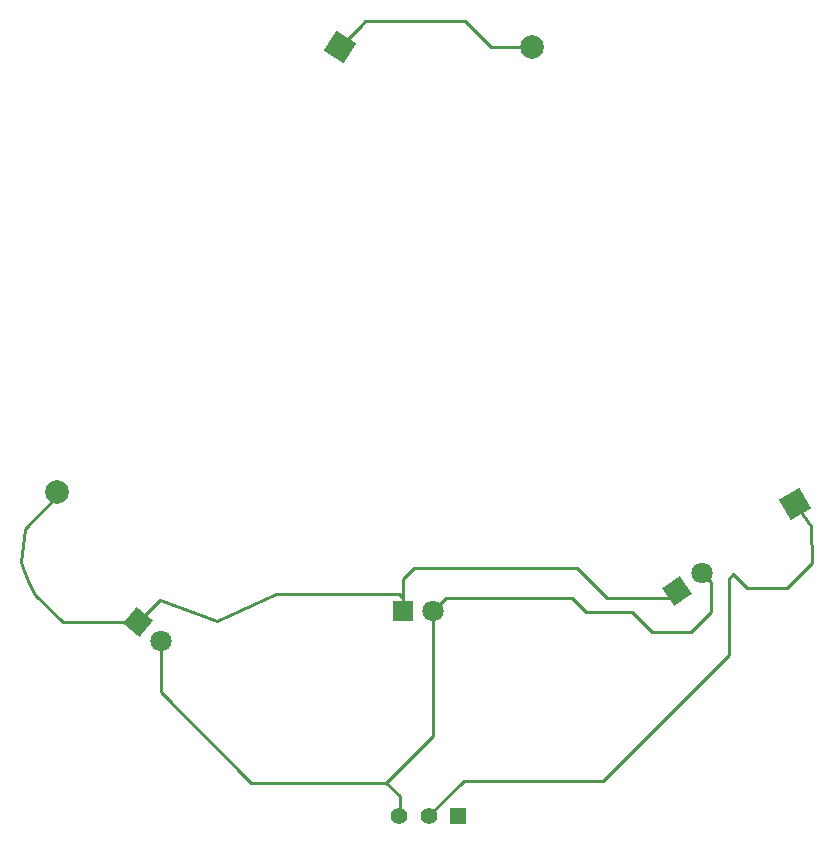
<source format=gbr>
%TF.GenerationSoftware,KiCad,Pcbnew,(6.0.4-0)*%
%TF.CreationDate,2022-05-05T12:21:51-07:00*%
%TF.ProjectId,GlowArtPCBv2,476c6f77-4172-4745-9043-4276322e6b69,rev?*%
%TF.SameCoordinates,Original*%
%TF.FileFunction,Copper,L2,Bot*%
%TF.FilePolarity,Positive*%
%FSLAX46Y46*%
G04 Gerber Fmt 4.6, Leading zero omitted, Abs format (unit mm)*
G04 Created by KiCad (PCBNEW (6.0.4-0)) date 2022-05-05 12:21:51*
%MOMM*%
%LPD*%
G01*
G04 APERTURE LIST*
G04 Aperture macros list*
%AMRotRect*
0 Rectangle, with rotation*
0 The origin of the aperture is its center*
0 $1 length*
0 $2 width*
0 $3 Rotation angle, in degrees counterclockwise*
0 Add horizontal line*
21,1,$1,$2,0,0,$3*%
G04 Aperture macros list end*
%TA.AperFunction,ComponentPad*%
%ADD10R,1.800000X1.800000*%
%TD*%
%TA.AperFunction,ComponentPad*%
%ADD11C,1.800000*%
%TD*%
%TA.AperFunction,ComponentPad*%
%ADD12RotRect,2.000000X2.000000X237.500000*%
%TD*%
%TA.AperFunction,ComponentPad*%
%ADD13C,2.000000*%
%TD*%
%TA.AperFunction,ComponentPad*%
%ADD14RotRect,2.000000X2.000000X120.000000*%
%TD*%
%TA.AperFunction,ComponentPad*%
%ADD15RotRect,1.800000X1.800000X35.000000*%
%TD*%
%TA.AperFunction,ComponentPad*%
%ADD16R,1.400000X1.400000*%
%TD*%
%TA.AperFunction,ComponentPad*%
%ADD17C,1.400000*%
%TD*%
%TA.AperFunction,ComponentPad*%
%ADD18RotRect,1.800000X1.800000X320.000000*%
%TD*%
%TA.AperFunction,Conductor*%
%ADD19C,0.250000*%
%TD*%
G04 APERTURE END LIST*
D10*
%TO.P,flat side,1,K*%
%TO.N,Net-(D1-Pad1)*%
X87757000Y-85471000D03*
D11*
%TO.P,flat side,2,A*%
%TO.N,Net-(D1-Pad2)*%
X90297000Y-85471000D03*
%TD*%
D12*
%TO.P,BT1,1,+*%
%TO.N,Net-(BT1-Pad1)*%
X82466781Y-37707371D03*
D13*
%TO.P,BT1,2,-*%
%TO.N,Net-(D1-Pad1)*%
X58449489Y-75406969D03*
%TD*%
%TO.P,BT2,2,-*%
%TO.N,Net-(BT1-Pad1)*%
X98655000Y-37751031D03*
D14*
%TO.P,BT2,1,+*%
%TO.N,Net-(SW1-Pad2)*%
X121005000Y-76462367D03*
%TD*%
D15*
%TO.P,flat side,1,K*%
%TO.N,Net-(D1-Pad1)*%
X110988318Y-83772016D03*
D11*
%TO.P,flat side,2,A*%
%TO.N,Net-(D1-Pad2)*%
X113068964Y-82315132D03*
%TD*%
D16*
%TO.P,SW1,1,A*%
%TO.N,unconnected-(SW1-Pad1)*%
X92470000Y-102820000D03*
D17*
%TO.P,SW1,2,B*%
%TO.N,Net-(SW1-Pad2)*%
X89970000Y-102820000D03*
%TO.P,SW1,3,C*%
%TO.N,Net-(D1-Pad2)*%
X87470000Y-102820000D03*
%TD*%
D18*
%TO.P,flat side,1,K*%
%TO.N,Net-(D1-Pad1)*%
X65361819Y-86428495D03*
D11*
%TO.P,flat side,2,A*%
%TO.N,Net-(D1-Pad2)*%
X67307572Y-88061176D03*
%TD*%
D19*
%TO.N,Net-(D1-Pad1)*%
X58449489Y-75406969D02*
X58449489Y-75770511D01*
X58449489Y-75770511D02*
X55810000Y-78580000D01*
X55810000Y-78580000D02*
X55460000Y-81320000D01*
X55460000Y-81320000D02*
X55630000Y-81880000D01*
X55630000Y-81880000D02*
X56000000Y-82950000D01*
X56000000Y-82950000D02*
X56610000Y-84170000D01*
X58978495Y-86428495D02*
X65361819Y-86428495D01*
X56610000Y-84170000D02*
X58978495Y-86428495D01*
X65361819Y-86428495D02*
X67220314Y-84570000D01*
X67220314Y-84570000D02*
X71990000Y-86380000D01*
X71990000Y-86380000D02*
X76990000Y-84070000D01*
X76990000Y-84070000D02*
X87460000Y-84070000D01*
X87460000Y-84070000D02*
X87757000Y-84367000D01*
X87757000Y-84367000D02*
X87757000Y-85471000D01*
%TO.N,Net-(D1-Pad2)*%
X113068964Y-82315132D02*
X113830000Y-83076168D01*
X112150000Y-87300000D02*
X108860000Y-87300000D01*
X103270000Y-85570000D02*
X102080000Y-84380000D01*
X113830000Y-83076168D02*
X113830000Y-85620000D01*
X113830000Y-85620000D02*
X112150000Y-87300000D01*
X108860000Y-87300000D02*
X107130000Y-85570000D01*
X102080000Y-84380000D02*
X91388000Y-84380000D01*
X107130000Y-85570000D02*
X103270000Y-85570000D01*
X91388000Y-84380000D02*
X90297000Y-85471000D01*
%TO.N,Net-(D1-Pad1)*%
X110988318Y-83772016D02*
X110360334Y-84400000D01*
X110360334Y-84400000D02*
X105060000Y-84400000D01*
X102500000Y-81840000D02*
X88740000Y-81840000D01*
X88740000Y-81840000D02*
X87757000Y-82823000D01*
X105060000Y-84400000D02*
X102500000Y-81840000D01*
X87757000Y-82823000D02*
X87757000Y-85471000D01*
%TO.N,Net-(SW1-Pad2)*%
X89905000Y-102885000D02*
X92940000Y-99850000D01*
X92940000Y-99850000D02*
X104730000Y-99850000D01*
X104730000Y-99850000D02*
X115380000Y-89200000D01*
X115750000Y-82380000D02*
X116890000Y-83520000D01*
X120300000Y-83520000D02*
X122410000Y-81410000D01*
X115380000Y-82750000D02*
X115750000Y-82380000D01*
X122410000Y-81410000D02*
X122320000Y-78300000D01*
X115380000Y-89200000D02*
X115380000Y-82750000D01*
X116890000Y-83520000D02*
X120300000Y-83520000D01*
X122320000Y-78300000D02*
X121005000Y-76462367D01*
%TO.N,Net-(D1-Pad2)*%
X86350000Y-100020000D02*
X87490000Y-101160000D01*
X87490000Y-101160000D02*
X87490000Y-102800000D01*
X87490000Y-102800000D02*
X87405000Y-102885000D01*
%TO.N,Net-(BT1-Pad1)*%
X98655000Y-37751031D02*
X95221031Y-37751031D01*
X93050000Y-35580000D02*
X84590000Y-35580000D01*
X95221031Y-37751031D02*
X93050000Y-35580000D01*
X84590000Y-35580000D02*
X84190000Y-35980000D01*
X84190000Y-35980000D02*
X84190000Y-35984152D01*
X84190000Y-35984152D02*
X82466781Y-37707371D01*
%TO.N,Net-(D1-Pad2)*%
X74940000Y-100020000D02*
X82830000Y-100020000D01*
X74770000Y-99850000D02*
X74940000Y-100020000D01*
X67307572Y-92387572D02*
X74770000Y-99850000D01*
X86350000Y-100020000D02*
X90297000Y-96073000D01*
X67307572Y-88061176D02*
X67307572Y-92387572D01*
X82830000Y-100020000D02*
X86350000Y-100020000D01*
X90297000Y-96073000D02*
X90297000Y-85471000D01*
%TD*%
M02*

</source>
